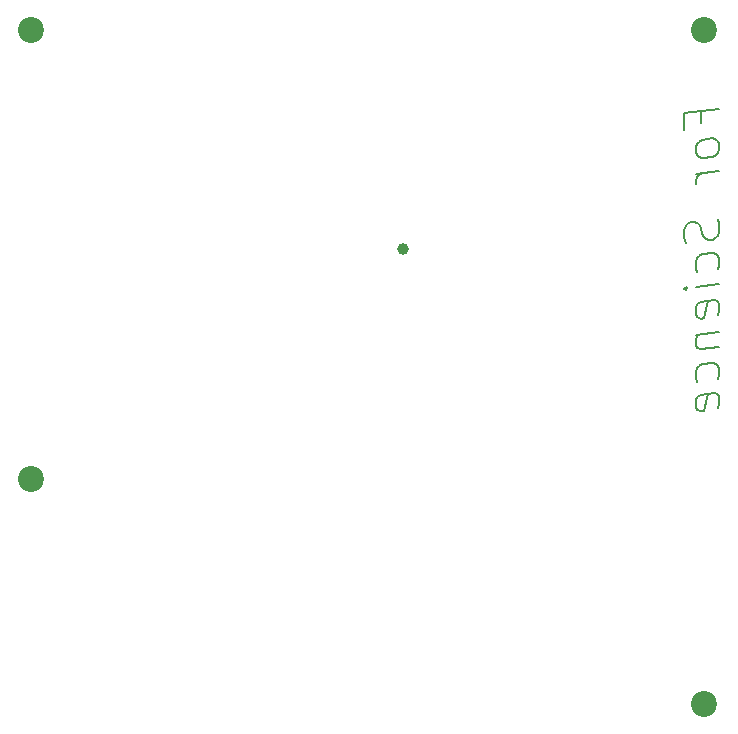
<source format=gbr>
G04 #@! TF.GenerationSoftware,KiCad,Pcbnew,(5.1.10)-1*
G04 #@! TF.CreationDate,2021-08-15T20:32:39-04:00*
G04 #@! TF.ProjectId,plate,706c6174-652e-46b6-9963-61645f706362,rev?*
G04 #@! TF.SameCoordinates,Original*
G04 #@! TF.FileFunction,Soldermask,Bot*
G04 #@! TF.FilePolarity,Negative*
%FSLAX46Y46*%
G04 Gerber Fmt 4.6, Leading zero omitted, Abs format (unit mm)*
G04 Created by KiCad (PCBNEW (5.1.10)-1) date 2021-08-15 20:32:39*
%MOMM*%
%LPD*%
G01*
G04 APERTURE LIST*
%ADD10C,0.150000*%
%ADD11C,2.200000*%
%ADD12C,1.000000*%
G04 APERTURE END LIST*
D10*
X155246414Y-71330911D02*
X155246414Y-70330911D01*
X156817842Y-70134482D02*
X153817842Y-70509482D01*
X153817842Y-71938053D01*
X156817842Y-73134482D02*
X156674985Y-72866625D01*
X156532128Y-72741625D01*
X156246414Y-72634482D01*
X155389271Y-72741625D01*
X155103557Y-72920196D01*
X154960700Y-73080911D01*
X154817842Y-73384482D01*
X154817842Y-73813053D01*
X154960700Y-74080911D01*
X155103557Y-74205911D01*
X155389271Y-74313053D01*
X156246414Y-74205911D01*
X156532128Y-74027339D01*
X156674985Y-73866625D01*
X156817842Y-73563053D01*
X156817842Y-73134482D01*
X156817842Y-75420196D02*
X154817842Y-75670196D01*
X155389271Y-75598768D02*
X155103557Y-75777339D01*
X154960700Y-75938053D01*
X154817842Y-76241625D01*
X154817842Y-76527339D01*
X156674985Y-79438053D02*
X156817842Y-79848768D01*
X156817842Y-80563053D01*
X156674985Y-80866625D01*
X156532128Y-81027339D01*
X156246414Y-81205911D01*
X155960700Y-81241625D01*
X155674985Y-81134482D01*
X155532128Y-81009482D01*
X155389271Y-80741625D01*
X155246414Y-80188053D01*
X155103557Y-79920196D01*
X154960700Y-79795196D01*
X154674985Y-79688053D01*
X154389271Y-79723768D01*
X154103557Y-79902339D01*
X153960700Y-80063053D01*
X153817842Y-80366625D01*
X153817842Y-81080911D01*
X153960700Y-81491625D01*
X156674985Y-83723768D02*
X156817842Y-83420196D01*
X156817842Y-82848768D01*
X156674985Y-82580911D01*
X156532128Y-82455911D01*
X156246414Y-82348768D01*
X155389271Y-82455911D01*
X155103557Y-82634482D01*
X154960700Y-82795196D01*
X154817842Y-83098768D01*
X154817842Y-83670196D01*
X154960700Y-83938053D01*
X156817842Y-84991625D02*
X154817842Y-85241625D01*
X153817842Y-85366625D02*
X153960700Y-85205911D01*
X154103557Y-85330911D01*
X153960700Y-85491625D01*
X153817842Y-85366625D01*
X154103557Y-85330911D01*
X156674985Y-87580911D02*
X156817842Y-87277339D01*
X156817842Y-86705911D01*
X156674985Y-86438053D01*
X156389271Y-86330911D01*
X155246414Y-86473768D01*
X154960700Y-86652339D01*
X154817842Y-86955911D01*
X154817842Y-87527339D01*
X154960700Y-87795196D01*
X155246414Y-87902339D01*
X155532128Y-87866625D01*
X155817842Y-86402339D01*
X154817842Y-89241625D02*
X156817842Y-88991625D01*
X155103557Y-89205911D02*
X154960700Y-89366625D01*
X154817842Y-89670196D01*
X154817842Y-90098768D01*
X154960700Y-90366625D01*
X155246414Y-90473768D01*
X156817842Y-90277339D01*
X156674985Y-93009482D02*
X156817842Y-92705911D01*
X156817842Y-92134482D01*
X156674985Y-91866625D01*
X156532128Y-91741625D01*
X156246414Y-91634482D01*
X155389271Y-91741625D01*
X155103557Y-91920196D01*
X154960700Y-92080911D01*
X154817842Y-92384482D01*
X154817842Y-92955911D01*
X154960700Y-93223768D01*
X156674985Y-95438053D02*
X156817842Y-95134482D01*
X156817842Y-94563053D01*
X156674985Y-94295196D01*
X156389271Y-94188053D01*
X155246414Y-94330911D01*
X154960700Y-94509482D01*
X154817842Y-94813053D01*
X154817842Y-95384482D01*
X154960700Y-95652339D01*
X155246414Y-95759482D01*
X155532128Y-95723768D01*
X155817842Y-94259482D01*
D11*
X155496260Y-120484900D03*
D12*
X130000000Y-82000000D03*
D11*
X98500000Y-101500000D03*
X98500000Y-63500000D03*
X155500000Y-63500000D03*
M02*

</source>
